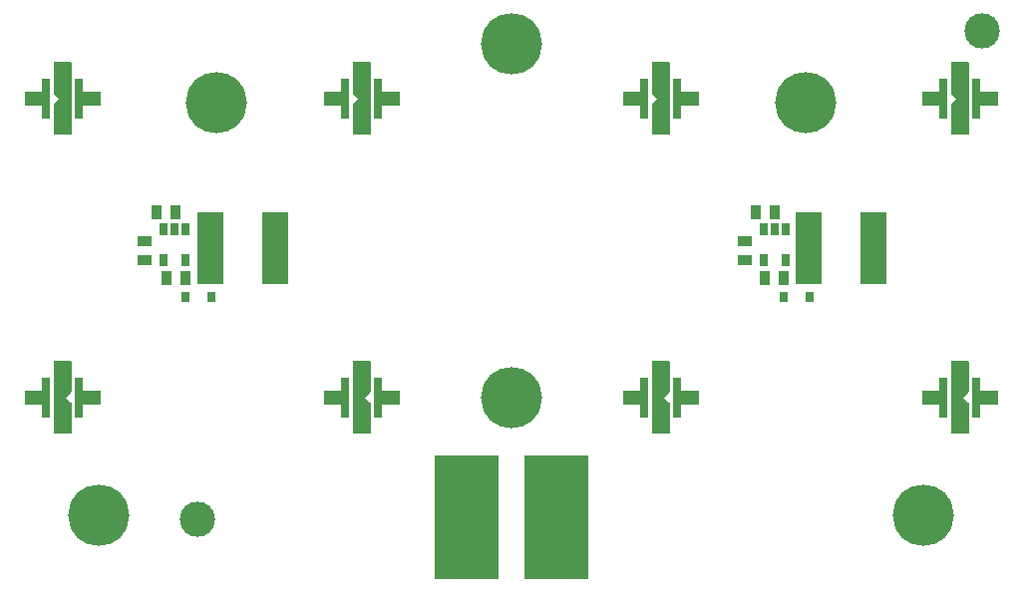
<source format=gts>
G04*
G04 #@! TF.GenerationSoftware,Altium Limited,Altium Designer,20.1.14 (287)*
G04*
G04 Layer_Color=8388736*
%FSLAX25Y25*%
%MOIN*%
G70*
G04*
G04 #@! TF.SameCoordinates,7963FD37-A3EF-41C6-90A3-C7C30B782ED2*
G04*
G04*
G04 #@! TF.FilePolarity,Negative*
G04*
G01*
G75*
%ADD13R,0.02769X0.13792*%
%ADD14R,0.06706X0.04737*%
%ADD15R,0.03800X0.04800*%
%ADD16R,0.04800X0.03800*%
%ADD17R,0.03156X0.04337*%
%ADD18R,0.08674X0.24422*%
%ADD19C,0.11811*%
%ADD20R,0.02769X0.03753*%
%ADD21R,0.21685X0.41370*%
%ADD22C,0.04737*%
%ADD23C,0.02800*%
%ADD24C,0.20485*%
%ADD25C,0.03300*%
%ADD26C,0.20472*%
G36*
X152611Y212208D02*
X152663Y212198D01*
X152713Y212181D01*
X152760Y212158D01*
X152803Y212129D01*
X152842Y212094D01*
X152877Y212055D01*
X152906Y212012D01*
X152929Y211964D01*
X152946Y211915D01*
X152956Y211863D01*
X152960Y211811D01*
Y201969D01*
X152956Y201916D01*
X152946Y201865D01*
X152929Y201815D01*
X152906Y201768D01*
X152877Y201725D01*
X152842Y201685D01*
X151157Y200000D01*
X152842Y198315D01*
X152877Y198275D01*
X152906Y198232D01*
X152929Y198185D01*
X152946Y198135D01*
X152956Y198084D01*
X152960Y198031D01*
Y188189D01*
X152956Y188137D01*
X152946Y188085D01*
X152929Y188036D01*
X152906Y187989D01*
X152877Y187945D01*
X152842Y187906D01*
X152803Y187871D01*
X152760Y187842D01*
X152713Y187819D01*
X152663Y187802D01*
X152611Y187792D01*
X152559Y187788D01*
X147441D01*
X147389Y187792D01*
X147337Y187802D01*
X147287Y187819D01*
X147240Y187842D01*
X147197Y187871D01*
X147158Y187906D01*
X147123Y187945D01*
X147094Y187989D01*
X147071Y188036D01*
X147054Y188085D01*
X147044Y188137D01*
X147040Y188189D01*
Y211811D01*
X147044Y211863D01*
X147054Y211915D01*
X147071Y211964D01*
X147094Y212012D01*
X147123Y212055D01*
X147158Y212094D01*
X147197Y212129D01*
X147240Y212158D01*
X147287Y212181D01*
X147337Y212198D01*
X147389Y212208D01*
X147441Y212212D01*
X152559D01*
X152611Y212208D01*
D02*
G37*
G36*
X252611D02*
X252663Y212198D01*
X252712Y212181D01*
X252760Y212158D01*
X252803Y212129D01*
X252842Y212094D01*
X252877Y212055D01*
X252906Y212012D01*
X252929Y211964D01*
X252946Y211915D01*
X252957Y211863D01*
X252960Y211811D01*
Y201969D01*
X252957Y201916D01*
X252946Y201865D01*
X252929Y201815D01*
X252906Y201768D01*
X252877Y201725D01*
X252842Y201685D01*
X251157Y200000D01*
X252842Y198315D01*
X252877Y198275D01*
X252906Y198232D01*
X252929Y198185D01*
X252946Y198135D01*
X252957Y198084D01*
X252960Y198031D01*
Y188189D01*
X252957Y188137D01*
X252946Y188085D01*
X252929Y188036D01*
X252906Y187989D01*
X252877Y187945D01*
X252842Y187906D01*
X252803Y187871D01*
X252760Y187842D01*
X252712Y187819D01*
X252663Y187802D01*
X252611Y187792D01*
X252559Y187788D01*
X247441D01*
X247389Y187792D01*
X247337Y187802D01*
X247288Y187819D01*
X247240Y187842D01*
X247197Y187871D01*
X247158Y187906D01*
X247123Y187945D01*
X247094Y187989D01*
X247071Y188036D01*
X247054Y188085D01*
X247043Y188137D01*
X247040Y188189D01*
Y211811D01*
X247043Y211863D01*
X247054Y211915D01*
X247071Y211964D01*
X247094Y212012D01*
X247123Y212055D01*
X247158Y212094D01*
X247197Y212129D01*
X247240Y212158D01*
X247288Y212181D01*
X247337Y212198D01*
X247389Y212208D01*
X247441Y212212D01*
X252559D01*
X252611Y212208D01*
D02*
G37*
G36*
X152611Y312208D02*
X152663Y312198D01*
X152713Y312181D01*
X152760Y312158D01*
X152803Y312129D01*
X152842Y312094D01*
X152877Y312055D01*
X152906Y312012D01*
X152929Y311964D01*
X152946Y311915D01*
X152956Y311863D01*
X152960Y311811D01*
Y288189D01*
X152956Y288137D01*
X152946Y288085D01*
X152929Y288036D01*
X152906Y287988D01*
X152877Y287945D01*
X152842Y287906D01*
X152803Y287871D01*
X152760Y287842D01*
X152713Y287819D01*
X152663Y287802D01*
X152611Y287792D01*
X152559Y287788D01*
X147441D01*
X147389Y287792D01*
X147337Y287802D01*
X147287Y287819D01*
X147240Y287842D01*
X147197Y287871D01*
X147158Y287906D01*
X147123Y287945D01*
X147094Y287988D01*
X147071Y288036D01*
X147054Y288085D01*
X147044Y288137D01*
X147040Y288189D01*
Y298031D01*
X147044Y298084D01*
X147054Y298135D01*
X147071Y298185D01*
X147094Y298232D01*
X147123Y298275D01*
X147158Y298315D01*
X148843Y300000D01*
X147158Y301685D01*
X147123Y301725D01*
X147094Y301768D01*
X147071Y301815D01*
X147054Y301865D01*
X147044Y301916D01*
X147040Y301969D01*
Y311811D01*
X147044Y311863D01*
X147054Y311915D01*
X147071Y311964D01*
X147094Y312012D01*
X147123Y312055D01*
X147158Y312094D01*
X147197Y312129D01*
X147240Y312158D01*
X147287Y312181D01*
X147337Y312198D01*
X147389Y312208D01*
X147441Y312212D01*
X152559D01*
X152611Y312208D01*
D02*
G37*
G36*
X252611D02*
X252663Y312198D01*
X252712Y312181D01*
X252760Y312158D01*
X252803Y312129D01*
X252842Y312094D01*
X252877Y312055D01*
X252906Y312012D01*
X252929Y311964D01*
X252946Y311915D01*
X252957Y311863D01*
X252960Y311811D01*
Y288189D01*
X252957Y288137D01*
X252946Y288085D01*
X252929Y288036D01*
X252906Y287988D01*
X252877Y287945D01*
X252842Y287906D01*
X252803Y287871D01*
X252760Y287842D01*
X252712Y287819D01*
X252663Y287802D01*
X252611Y287792D01*
X252559Y287788D01*
X247441D01*
X247389Y287792D01*
X247337Y287802D01*
X247288Y287819D01*
X247240Y287842D01*
X247197Y287871D01*
X247158Y287906D01*
X247123Y287945D01*
X247094Y287988D01*
X247071Y288036D01*
X247054Y288085D01*
X247043Y288137D01*
X247040Y288189D01*
Y298031D01*
X247043Y298084D01*
X247054Y298135D01*
X247071Y298185D01*
X247094Y298232D01*
X247123Y298275D01*
X247158Y298315D01*
X248843Y300000D01*
X247158Y301685D01*
X247123Y301725D01*
X247094Y301768D01*
X247071Y301815D01*
X247054Y301865D01*
X247043Y301916D01*
X247040Y301969D01*
Y311811D01*
X247043Y311863D01*
X247054Y311915D01*
X247071Y311964D01*
X247094Y312012D01*
X247123Y312055D01*
X247158Y312094D01*
X247197Y312129D01*
X247240Y312158D01*
X247288Y312181D01*
X247337Y312198D01*
X247389Y312208D01*
X247441Y312212D01*
X252559D01*
X252611Y312208D01*
D02*
G37*
G36*
X352611Y212208D02*
X352663Y212198D01*
X352712Y212181D01*
X352760Y212158D01*
X352803Y212129D01*
X352842Y212094D01*
X352877Y212055D01*
X352906Y212012D01*
X352929Y211964D01*
X352946Y211915D01*
X352957Y211863D01*
X352960Y211811D01*
Y201969D01*
X352957Y201916D01*
X352946Y201865D01*
X352929Y201815D01*
X352906Y201768D01*
X352877Y201725D01*
X352842Y201685D01*
X351157Y200000D01*
X352842Y198315D01*
X352877Y198275D01*
X352906Y198232D01*
X352929Y198185D01*
X352946Y198135D01*
X352957Y198084D01*
X352960Y198031D01*
Y188189D01*
X352957Y188137D01*
X352946Y188085D01*
X352929Y188036D01*
X352906Y187989D01*
X352877Y187945D01*
X352842Y187906D01*
X352803Y187871D01*
X352760Y187842D01*
X352712Y187819D01*
X352663Y187802D01*
X352611Y187792D01*
X352559Y187788D01*
X347441D01*
X347389Y187792D01*
X347337Y187802D01*
X347288Y187819D01*
X347240Y187842D01*
X347197Y187871D01*
X347158Y187906D01*
X347123Y187945D01*
X347094Y187989D01*
X347071Y188036D01*
X347054Y188085D01*
X347043Y188137D01*
X347040Y188189D01*
Y211811D01*
X347043Y211863D01*
X347054Y211915D01*
X347071Y211964D01*
X347094Y212012D01*
X347123Y212055D01*
X347158Y212094D01*
X347197Y212129D01*
X347240Y212158D01*
X347288Y212181D01*
X347337Y212198D01*
X347389Y212208D01*
X347441Y212212D01*
X352559D01*
X352611Y212208D01*
D02*
G37*
G36*
X452611D02*
X452663Y212198D01*
X452712Y212181D01*
X452760Y212158D01*
X452803Y212129D01*
X452843Y212094D01*
X452877Y212055D01*
X452906Y212012D01*
X452929Y211964D01*
X452946Y211915D01*
X452956Y211863D01*
X452960Y211811D01*
Y201969D01*
X452956Y201916D01*
X452946Y201865D01*
X452929Y201815D01*
X452906Y201768D01*
X452877Y201725D01*
X452843Y201685D01*
X451157Y200000D01*
X452843Y198315D01*
X452877Y198275D01*
X452906Y198232D01*
X452929Y198185D01*
X452946Y198135D01*
X452956Y198084D01*
X452960Y198031D01*
Y188189D01*
X452956Y188137D01*
X452946Y188085D01*
X452929Y188036D01*
X452906Y187989D01*
X452877Y187945D01*
X452843Y187906D01*
X452803Y187871D01*
X452760Y187842D01*
X452712Y187819D01*
X452663Y187802D01*
X452611Y187792D01*
X452559Y187788D01*
X447441D01*
X447389Y187792D01*
X447337Y187802D01*
X447288Y187819D01*
X447240Y187842D01*
X447197Y187871D01*
X447157Y187906D01*
X447123Y187945D01*
X447094Y187989D01*
X447071Y188036D01*
X447054Y188085D01*
X447044Y188137D01*
X447040Y188189D01*
Y211811D01*
X447044Y211863D01*
X447054Y211915D01*
X447071Y211964D01*
X447094Y212012D01*
X447123Y212055D01*
X447157Y212094D01*
X447197Y212129D01*
X447240Y212158D01*
X447288Y212181D01*
X447337Y212198D01*
X447389Y212208D01*
X447441Y212212D01*
X452559D01*
X452611Y212208D01*
D02*
G37*
G36*
X352611Y312208D02*
X352663Y312198D01*
X352712Y312181D01*
X352760Y312158D01*
X352803Y312129D01*
X352842Y312094D01*
X352877Y312055D01*
X352906Y312012D01*
X352929Y311964D01*
X352946Y311915D01*
X352957Y311863D01*
X352960Y311811D01*
Y288189D01*
X352957Y288137D01*
X352946Y288085D01*
X352929Y288036D01*
X352906Y287988D01*
X352877Y287945D01*
X352842Y287906D01*
X352803Y287871D01*
X352760Y287842D01*
X352712Y287819D01*
X352663Y287802D01*
X352611Y287792D01*
X352559Y287788D01*
X347441D01*
X347389Y287792D01*
X347337Y287802D01*
X347288Y287819D01*
X347240Y287842D01*
X347197Y287871D01*
X347158Y287906D01*
X347123Y287945D01*
X347094Y287988D01*
X347071Y288036D01*
X347054Y288085D01*
X347043Y288137D01*
X347040Y288189D01*
Y298031D01*
X347043Y298084D01*
X347054Y298135D01*
X347071Y298185D01*
X347094Y298232D01*
X347123Y298275D01*
X347158Y298315D01*
X348843Y300000D01*
X347158Y301685D01*
X347123Y301725D01*
X347094Y301768D01*
X347071Y301815D01*
X347054Y301865D01*
X347043Y301916D01*
X347040Y301969D01*
Y311811D01*
X347043Y311863D01*
X347054Y311915D01*
X347071Y311964D01*
X347094Y312012D01*
X347123Y312055D01*
X347158Y312094D01*
X347197Y312129D01*
X347240Y312158D01*
X347288Y312181D01*
X347337Y312198D01*
X347389Y312208D01*
X347441Y312212D01*
X352559D01*
X352611Y312208D01*
D02*
G37*
G36*
X452611D02*
X452663Y312198D01*
X452712Y312181D01*
X452760Y312158D01*
X452803Y312129D01*
X452843Y312094D01*
X452877Y312055D01*
X452906Y312012D01*
X452929Y311964D01*
X452946Y311915D01*
X452956Y311863D01*
X452960Y311811D01*
Y288189D01*
X452956Y288137D01*
X452946Y288085D01*
X452929Y288036D01*
X452906Y287988D01*
X452877Y287945D01*
X452843Y287906D01*
X452803Y287871D01*
X452760Y287842D01*
X452712Y287819D01*
X452663Y287802D01*
X452611Y287792D01*
X452559Y287788D01*
X447441D01*
X447389Y287792D01*
X447337Y287802D01*
X447288Y287819D01*
X447240Y287842D01*
X447197Y287871D01*
X447157Y287906D01*
X447123Y287945D01*
X447094Y287988D01*
X447071Y288036D01*
X447054Y288085D01*
X447044Y288137D01*
X447040Y288189D01*
Y298031D01*
X447044Y298084D01*
X447054Y298135D01*
X447071Y298185D01*
X447094Y298232D01*
X447123Y298275D01*
X447157Y298315D01*
X448843Y300000D01*
X447157Y301685D01*
X447123Y301725D01*
X447094Y301768D01*
X447071Y301815D01*
X447054Y301865D01*
X447044Y301916D01*
X447040Y301969D01*
Y311811D01*
X447044Y311863D01*
X447054Y311915D01*
X447071Y311964D01*
X447094Y312012D01*
X447123Y312055D01*
X447157Y312094D01*
X447197Y312129D01*
X447240Y312158D01*
X447288Y312181D01*
X447337Y312198D01*
X447389Y312208D01*
X447441Y312212D01*
X452559D01*
X452611Y312208D01*
D02*
G37*
D13*
X355512Y200000D02*
D03*
X344488D02*
D03*
X455512D02*
D03*
X444488D02*
D03*
Y300000D02*
D03*
X455512D02*
D03*
X344488D02*
D03*
X355512D02*
D03*
X144488D02*
D03*
X155512D02*
D03*
X244488D02*
D03*
X255512D02*
D03*
Y200000D02*
D03*
X244488D02*
D03*
X155512D02*
D03*
X144488D02*
D03*
D14*
X340600D02*
D03*
X359400D02*
D03*
X440600D02*
D03*
X459400D02*
D03*
Y300000D02*
D03*
X440600D02*
D03*
X359400D02*
D03*
X340600D02*
D03*
X159400D02*
D03*
X140600D02*
D03*
X259400D02*
D03*
X240600D02*
D03*
Y200000D02*
D03*
X259400D02*
D03*
X140600D02*
D03*
X159400D02*
D03*
D15*
X181376Y262000D02*
D03*
X187624D02*
D03*
X381876D02*
D03*
X388124D02*
D03*
X384876Y240000D02*
D03*
X391124D02*
D03*
X184876D02*
D03*
X191124D02*
D03*
D16*
X378000Y245876D02*
D03*
Y252124D02*
D03*
X177500D02*
D03*
Y245876D02*
D03*
D17*
X384260Y245882D02*
D03*
X388000Y256118D02*
D03*
X384260D02*
D03*
X391740Y245882D02*
D03*
Y256118D02*
D03*
X183760Y245882D02*
D03*
X187500Y256118D02*
D03*
X183760D02*
D03*
X191240Y245882D02*
D03*
Y256118D02*
D03*
D18*
X399500Y250000D02*
D03*
X421000D02*
D03*
X221000D02*
D03*
X199500D02*
D03*
D19*
X195000Y159370D02*
D03*
X457500Y322500D02*
D03*
D20*
X399831Y233500D02*
D03*
X391169D02*
D03*
X199831D02*
D03*
X191169D02*
D03*
D21*
X315000Y160000D02*
D03*
X285000D02*
D03*
D22*
X350000Y196000D02*
D03*
Y204000D02*
D03*
X450000Y196000D02*
D03*
Y204000D02*
D03*
Y304000D02*
D03*
Y296000D02*
D03*
X350000Y304000D02*
D03*
Y296000D02*
D03*
X150000Y304000D02*
D03*
Y296000D02*
D03*
X250000Y304000D02*
D03*
Y296000D02*
D03*
Y196000D02*
D03*
Y204000D02*
D03*
X150000Y196000D02*
D03*
Y204000D02*
D03*
D23*
X306000Y312110D02*
D03*
X294000D02*
D03*
Y324110D02*
D03*
X291500Y318110D02*
D03*
X300000Y309610D02*
D03*
X306000Y324110D02*
D03*
X308500Y318110D02*
D03*
X300000Y326610D02*
D03*
X162205Y169130D02*
D03*
X170705Y160630D02*
D03*
X168205Y166630D02*
D03*
X162205Y152130D02*
D03*
X153705Y160630D02*
D03*
X156205Y166630D02*
D03*
Y154630D02*
D03*
X168205D02*
D03*
X437795Y169130D02*
D03*
X446295Y160630D02*
D03*
X443795Y166630D02*
D03*
X437795Y152130D02*
D03*
X429295Y160630D02*
D03*
X431795Y166630D02*
D03*
Y154630D02*
D03*
X443795D02*
D03*
D24*
X300000Y318110D02*
D03*
X162205Y160630D02*
D03*
X437795D02*
D03*
D25*
X321000Y152000D02*
D03*
Y144000D02*
D03*
Y160000D02*
D03*
Y168000D02*
D03*
Y176000D02*
D03*
X315000Y148000D02*
D03*
Y156000D02*
D03*
Y164000D02*
D03*
Y172000D02*
D03*
X309000Y152000D02*
D03*
Y144000D02*
D03*
Y160000D02*
D03*
Y168000D02*
D03*
Y176000D02*
D03*
X279000Y144000D02*
D03*
Y152000D02*
D03*
Y176000D02*
D03*
Y168000D02*
D03*
Y160000D02*
D03*
X285000Y148000D02*
D03*
Y156000D02*
D03*
Y164000D02*
D03*
Y172000D02*
D03*
X291000Y144000D02*
D03*
Y152000D02*
D03*
Y176000D02*
D03*
Y168000D02*
D03*
Y160000D02*
D03*
D26*
X201575Y298425D02*
D03*
X300000Y200000D02*
D03*
X398425Y298425D02*
D03*
M02*

</source>
